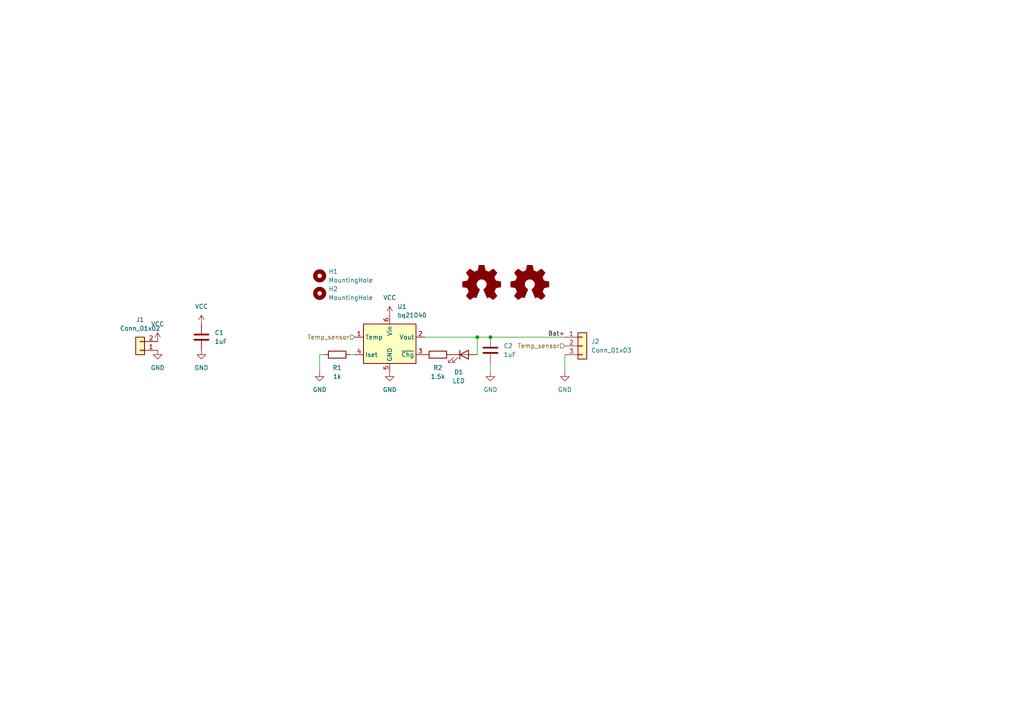
<source format=kicad_sch>
(kicad_sch (version 20230121) (generator eeschema)
  (paper "A4")
  (lib_symbols
    (symbol "Connector_Generic:Conn_01x02" (pin_names (offset 1.016) hide)
      (property "Reference" "J" (at 0 2.54 0))
      (property "Value" "Conn_01x02" (at 0 -5.08 0))
      (symbol "Conn_01x02_1_1"
        (rectangle (start -1.27 -2.413) (end 0 -2.667) (stroke (width 0.1524)))
        (rectangle (start -1.27 0.127) (end 0 -0.127) (stroke (width 0.1524)))
        (rectangle (start -1.27 1.27) (end 1.27 -3.81) (stroke (width 0.254)) (fill (type background)))
        (pin passive line (at -5.08 0 0) (length 3.81) (name "Pin_1") (number "1"))
        (pin passive line (at -5.08 -2.54 0) (length 3.81) (name "Pin_2") (number "2"))
      )
    )
    (symbol "Connector_Generic:Conn_01x03" (pin_names (offset 1.016) hide)
      (property "Reference" "J" (at 0 5.08 0))
      (property "Value" "Conn_01x03" (at 0 -5.08 0))
      (symbol "Conn_01x03_1_1"
        (rectangle (start -1.27 -2.413) (end 0 -2.667) (stroke (width 0.1524)))
        (rectangle (start -1.27 0.127) (end 0 -0.127) (stroke (width 0.1524)))
        (rectangle (start -1.27 2.667) (end 0 2.413) (stroke (width 0.1524)))
        (rectangle (start -1.27 3.81) (end 1.27 -3.81) (stroke (width 0.254)) (fill (type background)))
        (pin passive line (at -5.08 2.54 0) (length 3.81) (name "Pin_1") (number "1"))
        (pin passive line (at -5.08 0 0) (length 3.81) (name "Pin_2") (number "2"))
        (pin passive line (at -5.08 -2.54 0) (length 3.81) (name "Pin_3") (number "3"))
      )
    )
    (symbol "Device:C" (pin_numbers hide) (pin_names (offset 0.254))
      (property "Reference" "C" (at 0.635 2.54 0))
      (property "Value" "C" (at 0.635 -2.54 0))
      (symbol "C_0_1"
        (polyline (pts (xy -2.032 -0.762) (xy 2.032 -0.762)) (stroke (width 0.508)))
        (polyline (pts (xy -2.032 0.762) (xy 2.032 0.762)) (stroke (width 0.508)))
      )
      (symbol "C_1_1"
        (pin passive line (at 0 3.81 270) (length 2.794) (name "~") (number "1"))
        (pin passive line (at 0 -3.81 90) (length 2.794) (name "~") (number "2"))
      )
    )
    (symbol "Device:LED" (pin_numbers hide) (pin_names (offset 1.016) hide)
      (property "Reference" "D" (at 0 2.54 0))
      (property "Value" "LED" (at 0 -2.54 0))
      (symbol "LED_0_1"
        (polyline (pts (xy -1.27 -1.27) (xy -1.27 1.27)) (stroke (width 0.254)))
        (polyline (pts (xy -1.27 0) (xy 1.27 0)))
        (polyline (pts (xy 1.27 -1.27) (xy 1.27 1.27) (xy -1.27 0) (xy 1.27 -1.27)) (stroke (width 0.254)))
        (polyline (pts (xy -3.048 -0.762) (xy -4.572 -2.286) (xy -3.81 -2.286) (xy -4.572 -2.286) (xy -4.572 -1.524)))
        (polyline (pts (xy -1.778 -0.762) (xy -3.302 -2.286) (xy -2.54 -2.286) (xy -3.302 -2.286) (xy -3.302 -1.524)))
      )
      (symbol "LED_1_1"
        (pin passive line (at -3.81 0 0) (length 2.54) (name "K") (number "1"))
        (pin passive line (at 3.81 0 180) (length 2.54) (name "A") (number "2"))
      )
    )
    (symbol "Device:R" (pin_numbers hide) (pin_names (offset 0))
      (property "Reference" "R" (at 2.032 0 90))
      (property "Value" "R" (at 0 0 90))
      (symbol "R_0_1"
        (rectangle (start -1.016 -2.54) (end 1.016 2.54) (stroke (width 0.254)))
      )
      (symbol "R_1_1"
        (pin passive line (at 0 3.81 270) (length 1.27) (name "~") (number "1"))
        (pin passive line (at 0 -3.81 90) (length 1.27) (name "~") (number "2"))
      )
    )
    (symbol "Graphic:Logo_Open_Hardware_Small" (in_bom no) (on_board no)
      (symbol "Logo_Open_Hardware_Small_0_1"
        (polyline (pts (xy 3.3528 -4.3434) (xy 3.302 -4.318) (xy 3.175 -4.2418) (xy 2.9972 -4.1148) (xy 2.7686 -3.9624) (xy 2.54 -3.81) (xy 2.3622 -3.7084) (xy 2.2352 -3.6068) (xy 2.1844 -3.5814) (xy 2.159 -3.6068) (xy 2.0574 -3.6576) (xy 1.905 -3.7338) (xy 1.8034 -3.7846) (xy 1.6764 -3.8354) (xy 1.6002 -3.8354) (xy 1.6002 -3.8354) (xy 1.5494 -3.7338) (xy 1.4732 -3.5306) (xy 1.3462 -3.302) (xy 1.2446 -3.0226) (xy 1.1176 -2.7178) (xy 0.9652 -2.413) (xy 0.8636 -2.1082) (xy 0.7366 -1.8288) (xy 0.6604 -1.6256) (xy 0.6096 -1.4732) (xy 0.5842 -1.397) (xy 0.5842 -1.397) (xy 0.6604 -1.3208) (xy 0.7874 -1.2446) (xy 1.0414 -1.016) (xy 1.2954 -0.6858) (xy 1.4478 -0.3302) (xy 1.524 0.0762) (xy 1.4732 0.4572) (xy 1.3208 0.8128) (xy 1.0668 1.143) (xy 0.762 1.3716) (xy 0.4064 1.524) (xy 0 1.5748) (xy -0.381 1.5494) (xy -0.7366 1.397) (xy -1.0668 1.143) (xy -1.2192 0.9906) (xy -1.397 0.6604) (xy -1.524 0.3048) (xy -1.524 0.2286) (xy -1.4986 -0.1778) (xy -1.397 -0.5334) (xy -1.1938 -0.8636) (xy -0.9144 -1.143) (xy -0.8636 -1.1684) (xy -0.7366 -1.27) (xy -0.635 -1.3462) (xy -0.5842 -1.397) (xy -1.0668 -2.5908) (xy -1.143 -2.794) (xy -1.2954 -3.1242) (xy -1.397 -3.4036) (xy -1.4986 -3.6322) (xy -1.5748 -3.7846) (xy -1.6002 -3.8354) (xy -1.6002 -3.8354) (xy -1.651 -3.8354) (xy -1.7272 -3.81) (xy -1.905 -3.7338) (xy -2.0066 -3.683) (xy -2.1336 -3.6068) (xy -2.2098 -3.5814) (xy -2.2606 -3.6068) (xy -2.3622 -3.683) (xy -2.54 -3.81) (xy -2.7686 -3.9624) (xy -2.9718 -4.0894) (xy -3.1496 -4.2164) (xy -3.302 -4.318) (xy -3.3528 -4.3434) (xy -3.3782 -4.3434) (xy -3.429 -4.318) (xy -3.5306 -4.2164) (xy -3.7084 -4.064) (xy -3.937 -3.8354) (xy -3.9624 -3.81) (xy -4.1656 -3.6068) (xy -4.318 -3.4544) (xy -4.4196 -3.3274) (xy -4.445 -3.2766) (xy -4.445 -3.2766) (xy -4.4196 -3.2258) (xy -4.318 -3.0734) (xy -4.2164 -2.8956) (xy -4.064 -2.667) (xy -3.6576 -2.0828) (xy -3.8862 -1.5494) (xy -3.937 -1.3716) (xy -4.0386 -1.1684) (xy -4.0894 -1.0414) (xy -4.1148 -0.9652) (xy -4.191 -0.9398) (xy -4.318 -0.9144) (xy -4.5466 -0.8636) (xy -4.8006 -0.8128) (xy -5.0546 -0.7874) (xy -5.2578 -0.7366) (xy -5.4356 -0.7112) (xy -5.5118 -0.6858) (xy -5.5118 -0.6858) (xy -5.5372 -0.635) (xy -5.5372 -0.5588) (xy -5.5372 -0.4318) (xy -5.5626 -0.2286) (xy -5.5626 0.0762) (xy -5.5626 0.127) (xy -5.5372 0.4064) (xy -5.5372 0.635) (xy -5.5372 0.762) (xy -5.5372 0.8382) (xy -5.5372 0.8382) (xy -5.461 0.8382) (xy -5.3086 0.889) (xy -5.08 0.9144) (xy -4.826 0.9652) (xy -4.8006 0.9906) (xy -4.5466 1.0414) (xy -4.318 1.0668) (xy -4.1656 1.1176) (xy -4.0894 1.143) (xy -4.0894 1.143) (xy -4.0386 1.2446) (xy -3.9624 1.4224) (xy -3.8608 1.6256) (xy -3.7846 1.8288) (xy -3.7084 2.0066) (xy -3.6576 2.159) (xy -3.6322 2.2098) (xy -3.6322 2.2098) (xy -3.683 2.286) (xy -3.7592 2.413) (xy -3.8862 2.5908) (xy -4.064 2.8194) (xy -4.064 2.8448) (xy -4.2164 3.0734) (xy -4.3434 3.2512) (xy -4.4196 3.3782) (xy -4.445 3.4544) (xy -4.445 3.4544) (xy -4.3942 3.5052) (xy -4.2926 3.6322) (xy -4.1148 3.81) (xy -3.937 4.0132) (xy -3.8608 4.064) (xy -3.6576 4.2926) (xy -3.5052 4.4196) (xy -3.4036 4.4958) (xy -3.3528 4.5212) (xy -3.3528 4.5212) (xy -3.302 4.4704) (xy -3.1496 4.3688) (xy -2.9718 4.2418) (xy -2.7432 4.0894) (xy -2.7178 4.0894) (xy -2.4892 3.937) (xy -2.3114 3.81) (xy -2.1844 3.7084) (xy -2.1336 3.683) (xy -2.1082 3.683) (xy -2.032 3.7084) (xy -1.8542 3.7592) (xy -1.6764 3.8354) (xy -1.4732 3.937) (xy -1.27 4.0132) (xy -1.143 4.064) (xy -1.0668 4.1148) (xy -1.0668 4.1148) (xy -1.0414 4.191) (xy -1.016 4.3434) (xy -0.9652 4.572) (xy -0.9144 4.8514) (xy -0.889 4.9022) (xy -0.8382 5.1562) (xy -0.8128 5.3848) (xy -0.7874 5.5372) (xy -0.762 5.588) (xy -0.7112 5.6134) (xy -0.5842 5.6134) (xy -0.4064 5.6134) (xy -0.1524 5.6134) (xy 0.0762 5.6134) (xy 0.3302 5.6134) (xy 0.5334 5.6134) (xy 0.6858 5.588) (xy 0.7366 5.588) (xy 0.7366 5.588) (xy 0.762 5.5118) (xy 0.8128 5.334) (xy 0.8382 5.1054) (xy 0.9144 4.826) (xy 0.9144 4.7752) (xy 0.9652 4.5212) (xy 1.016 4.2926) (xy 1.0414 4.1402) (xy 1.0668 4.0894) (xy 1.0668 4.0894) (xy 1.1938 4.0386) (xy 1.3716 3.9624) (xy 1.5748 3.8608) (xy 2.0828 3.6576) (xy 2.7178 4.0894) (xy 2.7686 4.1402) (xy 2.9972 4.2926) (xy 3.175 4.4196) (xy 3.302 4.4958) (xy 3.3782 4.5212) (xy 3.3782 4.5212) (xy 3.429 4.4704) (xy 3.556 4.3434) (xy 3.7338 4.191) (xy 3.9116 3.9878) (xy 4.064 3.8354) (xy 4.2418 3.6576) (xy 4.3434 3.556) (xy 4.4196 3.4798) (xy 4.4196 3.429) (xy 4.4196 3.4036) (xy 4.3942 3.3274) (xy 4.2926 3.2004) (xy 4.1656 2.9972) (xy 4.0132 2.794) (xy 3.8862 2.5908) (xy 3.7592 2.3876) (xy 3.6576 2.2352) (xy 3.6322 2.159) (xy 3.6322 2.1336) (xy 3.683 2.0066) (xy 3.7592 1.8288) (xy 3.8608 1.6002) (xy 4.064 1.1176) (xy 4.3942 1.0414) (xy 4.5974 1.016) (xy 4.8768 0.9652) (xy 5.1308 0.9144) (xy 5.5372 0.8382) (xy 5.5626 -0.6604) (xy 5.4864 -0.6858) (xy 5.4356 -0.6858) (xy 5.2832 -0.7366) (xy 5.0546 -0.762) (xy 4.8006 -0.8128) (xy 4.5974 -0.8636) (xy 4.3688 -0.9144) (xy 4.2164 -0.9398) (xy 4.1402 -0.9398) (xy 4.1148 -0.9652) (xy 4.064 -1.0668) (xy 3.9878 -1.2446) (xy 3.9116 -1.4478) (xy 3.81 -1.651) (xy 3.7338 -1.8542) (xy 3.683 -2.0066) (xy 3.6576 -2.0828) (xy 3.683 -2.1336) (xy 3.7846 -2.2606) (xy 3.8862 -2.4638) (xy 4.0386 -2.667) (xy 4.191 -2.8956) (xy 4.318 -3.0734) (xy 4.3942 -3.2004) (xy 4.445 -3.2766) (xy 4.4196 -3.3274) (xy 4.3434 -3.429) (xy 4.1656 -3.5814) (xy 3.937 -3.8354) (xy 3.8862 -3.8608) (xy 3.683 -4.064) (xy 3.5306 -4.2164) (xy 3.4036 -4.318) (xy 3.3528 -4.3434)) (fill (type outline)))
      )
    )
    (symbol "Mechanical:MountingHole" (pin_names (offset 1.016))
      (property "Reference" "H" (at 0 5.08 0))
      (property "Value" "MountingHole" (at 0 3.175 0))
      (symbol "MountingHole_0_1"
        (circle (center 0 0) (radius 1.27) (stroke (width 1.27)))
      )
    )
    (symbol "TI:bq21040"
      (property "Reference" "U" (at -6.35 6.35 0))
      (property "Value" "bq21040" (at 5.08 -6.35 0))
      (symbol "bq21040_0_1"
        (rectangle (start -7.62 6.35) (end 7.62 -5.08) (stroke (width 0.254)) (fill (type background)))
      )
      (symbol "bq21040_1_1"
        (pin input line (at -10.16 2.54 0) (length 2.54) (name "Temp") (number "1"))
        (pin power_out line (at 10.16 2.54 180) (length 2.54) (name "Vout") (number "2"))
        (pin output line (at 10.16 -2.54 180) (length 2.54) (name "~{Chg}") (number "3"))
        (pin input line (at -10.16 -2.54 0) (length 2.54) (name "Iset") (number "4"))
        (pin power_in line (at 0 -7.62 90) (length 2.54) (name "GND") (number "5"))
        (pin power_in line (at 0 8.89 270) (length 2.54) (name "Vin") (number "6"))
      )
    )
    (symbol "power:GND" (power) (pin_names (offset 0))
      (property "Value" "GND" (at 0 -3.81 0))
      (symbol "GND_0_1"
        (polyline (pts (xy 0 0) (xy 0 -1.27) (xy 1.27 -1.27) (xy 0 -2.54) (xy -1.27 -1.27) (xy 0 -1.27)))
      )
      (symbol "GND_1_1"
        (pin power_in line (at 0 0 270) (length 0) hide (name "GND") (number "1"))
      )
    )
    (symbol "power:VCC" (power) (pin_names (offset 0))
      (property "Value" "VCC" (at 0 3.81 0))
      (symbol "VCC_0_1"
        (polyline (pts (xy -0.762 1.27) (xy 0 2.54)))
        (polyline (pts (xy 0 0) (xy 0 2.54)))
        (polyline (pts (xy 0 2.54) (xy 0.762 1.27)))
      )
      (symbol "VCC_1_1"
        (pin power_in line (at 0 0 90) (length 0) hide (name "VCC") (number "1"))
      )
    )
  )
  (junction (at 142.24 97.79))
  (junction (at 138.43 97.79))
  (wire (pts (xy 92.71 102.87) (xy 93.98 102.87)))
  (wire (pts (xy 163.83 102.87) (xy 163.83 107.95)))
  (wire (pts (xy 142.24 97.79) (xy 163.83 97.79)))
  (wire (pts (xy 123.19 97.79) (xy 138.43 97.79)))
  (wire (pts (xy 92.71 107.95) (xy 92.71 102.87)))
  (wire (pts (xy 142.24 105.41) (xy 142.24 107.95)))
  (wire (pts (xy 101.6 102.87) (xy 102.87 102.87)))
  (wire (pts (xy 138.43 97.79) (xy 138.43 102.87)))
  (wire (pts (xy 138.43 97.79) (xy 142.24 97.79)))
  (label "Bat+" (at 163.83 97.79 180))
  (hierarchical_label "Temp_sensor" (shape input) (at 102.87 97.79 180))
  (hierarchical_label "Temp_sensor" (shape input) (at 163.83 100.33 180))
  (symbol (lib_id "power:GND") (at 163.83 107.95 0) (unit 1)
    (property "Reference" "#PWR08" (effects hide))
    (property "Value" "GND" (at 163.83 113.03 0))
  )
  (symbol (lib_id "TI:bq21040") (at 113.03 100.33 0) (unit 1)
    (property "Reference" "U1" (at 115.2241 88.9 0) (effects (justify left)))
    (property "Value" "bq21040" (at 115.2241 91.44 0) (effects (justify left)))
    (property "Footprint" "Package_TO_SOT_SMD:SOT-23-6" (effects hide))
    (property "Datasheet" "https://www.ti.com/lit/ds/symlink/bq21040.pdf" (effects hide))
  )
  (symbol (lib_id "power:GND") (at 58.42 101.6 0) (unit 1)
    (property "Reference" "#PWR06" (effects hide))
    (property "Value" "GND" (at 58.42 106.68 0))
  )
  (symbol (lib_id "power:GND") (at 142.24 107.95 0) (unit 1)
    (property "Reference" "#PWR09" (effects hide))
    (property "Value" "GND" (at 142.24 113.03 0))
  )
  (symbol (lib_id "Connector_Generic:Conn_01x03") (at 168.91 100.33 0) (unit 1)
    (property "Reference" "J2" (at 171.45 99.06 0) (effects (justify left)))
    (property "Value" "Conn_01x03" (at 171.45 101.6 0) (effects (justify left)))
    (property "Footprint" "Connector_PinSocket_2.54mm:PinSocket_1x03_P2.54mm_Vertical" (effects hide))
  )
  (symbol (lib_id "Mechanical:MountingHole") (at 92.71 85.09 0) (unit 1)
    (property "Reference" "H2" (at 95.25 83.82 0) (effects (justify left)))
    (property "Value" "MountingHole" (at 95.25 86.36 0) (effects (justify left)))
    (property "Footprint" "MountingHole:MountingHole_2.7mm_M2.5" (effects hide))
  )
  (symbol (lib_id "Graphic:Logo_Open_Hardware_Small") (at 139.7 82.55 0) (unit 1) (in_bom no)
    (property "Reference" "SYM1" (effects hide))
    (property "Value" "Logo_Open_Hardware_Small" (effects hide))
    (property "Footprint" "Symbol:OSHW-Logo2_7.3x6mm_SilkScreen" (effects hide))
    (property "Sim.Enable" "0" (effects hide))
  )
  (symbol (lib_id "power:VCC") (at 58.42 93.98 0) (unit 1)
    (property "Reference" "#PWR05" (effects hide))
    (property "Value" "VCC" (at 58.42 88.9 0))
  )
  (symbol (lib_id "power:VCC") (at 113.03 91.44 0) (unit 1)
    (property "Reference" "#PWR01" (effects hide))
    (property "Value" "VCC" (at 113.03 86.36 0))
  )
  (symbol (lib_id "Device:C") (at 58.42 97.79 0) (unit 1)
    (property "Reference" "C1" (at 62.23 96.52 0) (effects (justify left)))
    (property "Value" "1uF" (at 62.23 99.06 0) (effects (justify left)))
    (property "Footprint" "Capacitor_SMD:C_0805_2012Metric" (effects hide))
  )
  (symbol (lib_id "power:GND") (at 92.71 107.95 0) (unit 1)
    (property "Reference" "#PWR07" (effects hide))
    (property "Value" "GND" (at 92.71 113.03 0))
  )
  (symbol (lib_id "Device:R") (at 97.79 102.87 90) (unit 1)
    (property "Reference" "R1" (at 97.79 106.68 90))
    (property "Value" "1k" (at 97.79 109.22 90))
    (property "Footprint" "Resistor_SMD:R_0805_2012Metric" (effects hide))
  )
  (symbol (lib_id "Connector_Generic:Conn_01x02") (at 40.64 101.6 180) (unit 1)
    (property "Reference" "J1" (at 40.64 92.71 0))
    (property "Value" "Conn_01x02" (at 40.64 95.25 0))
    (property "Footprint" "Connector_PinSocket_2.54mm:PinSocket_2x01_P2.54mm_Vertical" (effects hide))
  )
  (symbol (lib_id "power:GND") (at 45.72 101.6 0) (unit 1)
    (property "Reference" "#PWR04" (effects hide))
    (property "Value" "GND" (at 45.72 106.68 0))
  )
  (symbol (lib_id "power:GND") (at 113.03 107.95 0) (unit 1)
    (property "Reference" "#PWR03" (effects hide))
    (property "Value" "GND" (at 113.03 113.03 0))
  )
  (symbol (lib_id "Mechanical:MountingHole") (at 92.71 80.01 0) (unit 1)
    (property "Reference" "H1" (at 95.25 78.74 0) (effects (justify left)))
    (property "Value" "MountingHole" (at 95.25 81.28 0) (effects (justify left)))
    (property "Footprint" "MountingHole:MountingHole_2.7mm_M2.5" (effects hide))
  )
  (symbol (lib_id "Device:C") (at 142.24 101.6 0) (unit 1)
    (property "Reference" "C2" (at 146.05 100.33 0) (effects (justify left)))
    (property "Value" "1uF" (at 146.05 102.87 0) (effects (justify left)))
    (property "Footprint" "Capacitor_SMD:C_0805_2012Metric" (effects hide))
  )
  (symbol (lib_id "Device:R") (at 127 102.87 90) (unit 1)
    (property "Reference" "R2" (at 127 106.68 90))
    (property "Value" "1.5k" (at 127 109.22 90))
    (property "Footprint" "Resistor_SMD:R_0805_2012Metric" (effects hide))
  )
  (symbol (lib_id "Device:LED") (at 134.62 102.87 0) (unit 1)
    (property "Reference" "D1" (at 133.0325 107.95 0))
    (property "Value" "LED" (at 133.0325 110.49 0))
    (property "Footprint" "LED_SMD:LED_0805_2012Metric" (effects hide))
  )
  (symbol (lib_id "Graphic:Logo_Open_Hardware_Small") (at 153.67 82.55 0) (unit 1) (in_bom no)
    (property "Reference" "SYM2" (effects hide))
    (property "Value" "Logo_Open_Hardware_Small" (effects hide))
    (property "Footprint" "Symbol:OSHW-Logo_5.7x6mm_Copper" (effects hide))
    (property "Sim.Enable" "0" (effects hide))
  )
  (symbol (lib_id "power:VCC") (at 45.72 99.06 0) (unit 1)
    (property "Reference" "#PWR02" (effects hide))
    (property "Value" "VCC" (at 45.72 93.98 0))
  )
)
</source>
